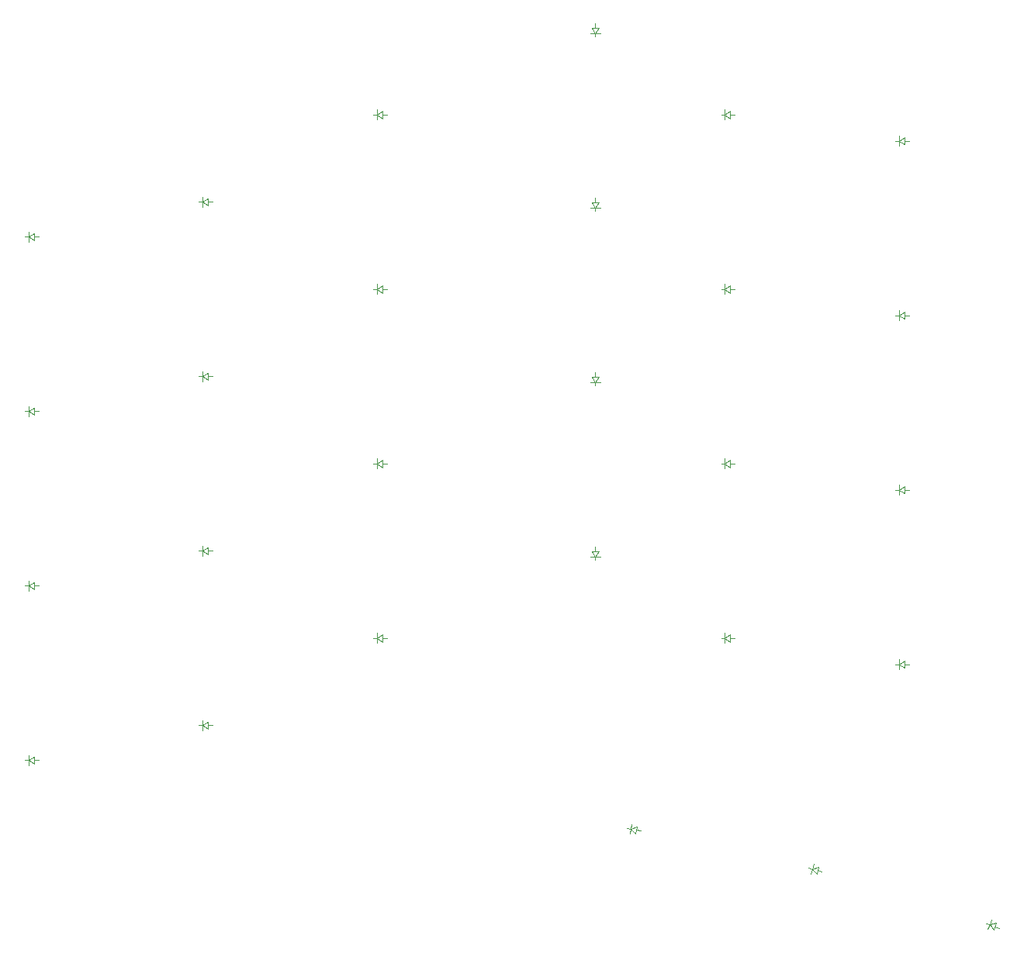
<source format=gbr>
%TF.GenerationSoftware,KiCad,Pcbnew,9.0.3-1.fc42*%
%TF.CreationDate,2025-08-21T15:21:57+02:00*%
%TF.ProjectId,left,6c656674-2e6b-4696-9361-645f70636258,v1.0.0*%
%TF.SameCoordinates,Original*%
%TF.FileFunction,Legend,Bot*%
%TF.FilePolarity,Positive*%
%FSLAX46Y46*%
G04 Gerber Fmt 4.6, Leading zero omitted, Abs format (unit mm)*
G04 Created by KiCad (PCBNEW 9.0.3-1.fc42) date 2025-08-21 15:21:57*
%MOMM*%
%LPD*%
G01*
G04 APERTURE LIST*
%ADD10C,0.100000*%
G04 APERTURE END LIST*
D10*
%TO.C,D16*%
X144250000Y-132110000D02*
X144650000Y-132110000D01*
X144650000Y-132110000D02*
X144650000Y-131560000D01*
X144650000Y-132110000D02*
X144650000Y-132660000D01*
X144650000Y-132110000D02*
X145250000Y-131710000D01*
X145250000Y-131710000D02*
X145250000Y-132510000D01*
X145250000Y-132110000D02*
X145750000Y-132110000D01*
X145250000Y-132510000D02*
X144650000Y-132110000D01*
%TO.C,D9*%
X106250000Y-189260000D02*
X106650000Y-189260000D01*
X106650000Y-189260000D02*
X106650000Y-188710000D01*
X106650000Y-189260000D02*
X106650000Y-189810000D01*
X106650000Y-189260000D02*
X107250000Y-188860000D01*
X107250000Y-188860000D02*
X107250000Y-189660000D01*
X107250000Y-189260000D02*
X107750000Y-189260000D01*
X107250000Y-189660000D02*
X106650000Y-189260000D01*
%TO.C,D15*%
X144250000Y-151160000D02*
X144650000Y-151160000D01*
X144650000Y-151160000D02*
X144650000Y-150610000D01*
X144650000Y-151160000D02*
X144650000Y-151710000D01*
X144650000Y-151160000D02*
X145250000Y-150760000D01*
X145250000Y-150760000D02*
X145250000Y-151560000D01*
X145250000Y-151160000D02*
X145750000Y-151160000D01*
X145250000Y-151560000D02*
X144650000Y-151160000D01*
%TO.C,D3*%
X68250000Y-164495000D02*
X68650000Y-164495000D01*
X68650000Y-164495000D02*
X68650000Y-163945000D01*
X68650000Y-164495000D02*
X68650000Y-165045000D01*
X68650000Y-164495000D02*
X69250000Y-164095000D01*
X69250000Y-164095000D02*
X69250000Y-164895000D01*
X69250000Y-164495000D02*
X69750000Y-164495000D01*
X69250000Y-164895000D02*
X68650000Y-164495000D01*
%TO.C,D13*%
X144250000Y-189260000D02*
X144650000Y-189260000D01*
X144650000Y-189260000D02*
X144650000Y-188710000D01*
X144650000Y-189260000D02*
X144650000Y-189810000D01*
X144650000Y-189260000D02*
X145250000Y-188860000D01*
X145250000Y-188860000D02*
X145250000Y-189660000D01*
X145250000Y-189260000D02*
X145750000Y-189260000D01*
X145250000Y-189660000D02*
X144650000Y-189260000D01*
%TO.C,D8*%
X87250000Y-141635000D02*
X87650000Y-141635000D01*
X87650000Y-141635000D02*
X87650000Y-141085000D01*
X87650000Y-141635000D02*
X87650000Y-142185000D01*
X87650000Y-141635000D02*
X88250000Y-141235000D01*
X88250000Y-141235000D02*
X88250000Y-142035000D01*
X88250000Y-141635000D02*
X88750000Y-141635000D01*
X88250000Y-142035000D02*
X87650000Y-141635000D01*
%TO.C,D11*%
X106250000Y-151160000D02*
X106650000Y-151160000D01*
X106650000Y-151160000D02*
X106650000Y-150610000D01*
X106650000Y-151160000D02*
X106650000Y-151710000D01*
X106650000Y-151160000D02*
X107250000Y-150760000D01*
X107250000Y-150760000D02*
X107250000Y-151560000D01*
X107250000Y-151160000D02*
X107750000Y-151160000D01*
X107250000Y-151560000D02*
X106650000Y-151160000D01*
%TO.C,D24*%
X130100000Y-179747500D02*
X130900000Y-179747500D01*
X130500000Y-179747500D02*
X130500000Y-179247500D01*
X130500000Y-180347500D02*
X129950000Y-180347500D01*
X130500000Y-180347500D02*
X130100000Y-179747500D01*
X130500000Y-180347500D02*
X131050000Y-180347500D01*
X130500000Y-180747500D02*
X130500000Y-180347500D01*
X130900000Y-179747500D02*
X130500000Y-180347500D01*
%TO.C,D6*%
X87250000Y-179735000D02*
X87650000Y-179735000D01*
X87650000Y-179735000D02*
X87650000Y-179185000D01*
X87650000Y-179735000D02*
X87650000Y-180285000D01*
X87650000Y-179735000D02*
X88250000Y-179335000D01*
X88250000Y-179335000D02*
X88250000Y-180135000D01*
X88250000Y-179735000D02*
X88750000Y-179735000D01*
X88250000Y-180135000D02*
X87650000Y-179735000D01*
%TO.C,D17*%
X163250000Y-192117500D02*
X163650000Y-192117500D01*
X163650000Y-192117500D02*
X163650000Y-191567500D01*
X163650000Y-192117500D02*
X163650000Y-192667500D01*
X163650000Y-192117500D02*
X164250000Y-191717500D01*
X164250000Y-191717500D02*
X164250000Y-192517500D01*
X164250000Y-192117500D02*
X164750000Y-192117500D01*
X164250000Y-192517500D02*
X163650000Y-192117500D01*
%TO.C,D26*%
X130100000Y-141647500D02*
X130900000Y-141647500D01*
X130500000Y-141647500D02*
X130500000Y-141147500D01*
X130500000Y-142247500D02*
X129950000Y-142247500D01*
X130500000Y-142247500D02*
X130100000Y-141647500D01*
X130500000Y-142247500D02*
X131050000Y-142247500D01*
X130500000Y-142647500D02*
X130500000Y-142247500D01*
X130900000Y-141647500D02*
X130500000Y-142247500D01*
%TO.C,D5*%
X87250000Y-198785000D02*
X87650000Y-198785000D01*
X87650000Y-198785000D02*
X87650000Y-198235000D01*
X87650000Y-198785000D02*
X87650000Y-199335000D01*
X87650000Y-198785000D02*
X88250000Y-198385000D01*
X88250000Y-198385000D02*
X88250000Y-199185000D01*
X88250000Y-198785000D02*
X88750000Y-198785000D01*
X88250000Y-199185000D02*
X87650000Y-198785000D01*
%TO.C,D25*%
X130100000Y-160697500D02*
X130900000Y-160697500D01*
X130500000Y-160697500D02*
X130500000Y-160197500D01*
X130500000Y-161297500D02*
X129950000Y-161297500D01*
X130500000Y-161297500D02*
X130100000Y-160697500D01*
X130500000Y-161297500D02*
X131050000Y-161297500D01*
X130500000Y-161697500D02*
X130500000Y-161297500D01*
X130900000Y-160697500D02*
X130500000Y-161297500D01*
%TO.C,D21*%
X133954977Y-210016399D02*
X134348900Y-210085858D01*
X134348900Y-210085858D02*
X134253394Y-210627502D01*
X134348900Y-210085858D02*
X134444407Y-209544214D01*
X134348900Y-210085858D02*
X135009244Y-209796124D01*
X134870326Y-210583970D02*
X134348900Y-210085858D01*
X134939785Y-210190047D02*
X135432189Y-210276871D01*
X135009244Y-209796124D02*
X134870326Y-210583970D01*
%TO.C,D20*%
X163250000Y-134967500D02*
X163650000Y-134967500D01*
X163650000Y-134967500D02*
X163650000Y-134417500D01*
X163650000Y-134967500D02*
X163650000Y-135517500D01*
X163650000Y-134967500D02*
X164250000Y-134567500D01*
X164250000Y-134567500D02*
X164250000Y-135367500D01*
X164250000Y-134967500D02*
X164750000Y-134967500D01*
X164250000Y-135367500D02*
X163650000Y-134967500D01*
%TO.C,D10*%
X106250000Y-170210000D02*
X106650000Y-170210000D01*
X106650000Y-170210000D02*
X106650000Y-169660000D01*
X106650000Y-170210000D02*
X106650000Y-170760000D01*
X106650000Y-170210000D02*
X107250000Y-169810000D01*
X107250000Y-169810000D02*
X107250000Y-170610000D01*
X107250000Y-170210000D02*
X107750000Y-170210000D01*
X107250000Y-170610000D02*
X106650000Y-170210000D01*
%TO.C,D27*%
X130100000Y-122597500D02*
X130900000Y-122597500D01*
X130500000Y-122597500D02*
X130500000Y-122097500D01*
X130500000Y-123197500D02*
X129950000Y-123197500D01*
X130500000Y-123197500D02*
X130100000Y-122597500D01*
X130500000Y-123197500D02*
X131050000Y-123197500D01*
X130500000Y-123597500D02*
X130500000Y-123197500D01*
X130900000Y-122597500D02*
X130500000Y-123197500D01*
%TO.C,D19*%
X163250000Y-154017500D02*
X163650000Y-154017500D01*
X163650000Y-154017500D02*
X163650000Y-153467500D01*
X163650000Y-154017500D02*
X163650000Y-154567500D01*
X163650000Y-154017500D02*
X164250000Y-153617500D01*
X164250000Y-153617500D02*
X164250000Y-154417500D01*
X164250000Y-154017500D02*
X164750000Y-154017500D01*
X164250000Y-154417500D02*
X163650000Y-154017500D01*
%TO.C,D18*%
X163250000Y-173067500D02*
X163650000Y-173067500D01*
X163650000Y-173067500D02*
X163650000Y-172517500D01*
X163650000Y-173067500D02*
X163650000Y-173617500D01*
X163650000Y-173067500D02*
X164250000Y-172667500D01*
X164250000Y-172667500D02*
X164250000Y-173467500D01*
X164250000Y-173067500D02*
X164750000Y-173067500D01*
X164250000Y-173467500D02*
X163650000Y-173067500D01*
%TO.C,D4*%
X68250000Y-145445000D02*
X68650000Y-145445000D01*
X68650000Y-145445000D02*
X68650000Y-144895000D01*
X68650000Y-145445000D02*
X68650000Y-145995000D01*
X68650000Y-145445000D02*
X69250000Y-145045000D01*
X69250000Y-145045000D02*
X69250000Y-145845000D01*
X69250000Y-145445000D02*
X69750000Y-145445000D01*
X69250000Y-145845000D02*
X68650000Y-145445000D01*
%TO.C,D1*%
X68250000Y-202595000D02*
X68650000Y-202595000D01*
X68650000Y-202595000D02*
X68650000Y-202045000D01*
X68650000Y-202595000D02*
X68650000Y-203145000D01*
X68650000Y-202595000D02*
X69250000Y-202195000D01*
X69250000Y-202195000D02*
X69250000Y-202995000D01*
X69250000Y-202595000D02*
X69750000Y-202595000D01*
X69250000Y-202995000D02*
X68650000Y-202595000D01*
%TO.C,D2*%
X68250000Y-183545000D02*
X68650000Y-183545000D01*
X68650000Y-183545000D02*
X68650000Y-182995000D01*
X68650000Y-183545000D02*
X68650000Y-184095000D01*
X68650000Y-183545000D02*
X69250000Y-183145000D01*
X69250000Y-183145000D02*
X69250000Y-183945000D01*
X69250000Y-183545000D02*
X69750000Y-183545000D01*
X69250000Y-183945000D02*
X68650000Y-183545000D01*
%TO.C,D12*%
X106250000Y-132110000D02*
X106650000Y-132110000D01*
X106650000Y-132110000D02*
X106650000Y-131560000D01*
X106650000Y-132110000D02*
X106650000Y-132660000D01*
X106650000Y-132110000D02*
X107250000Y-131710000D01*
X107250000Y-131710000D02*
X107250000Y-132510000D01*
X107250000Y-132110000D02*
X107750000Y-132110000D01*
X107250000Y-132510000D02*
X106650000Y-132110000D01*
%TO.C,D23*%
X173170379Y-220388789D02*
X173546256Y-220525597D01*
X173546256Y-220525597D02*
X173358145Y-221042428D01*
X173546256Y-220525597D02*
X173734367Y-220008766D01*
X173546256Y-220525597D02*
X174246879Y-220354932D01*
X173973263Y-221106686D02*
X173546256Y-220525597D01*
X174110071Y-220730809D02*
X174579917Y-220901819D01*
X174246879Y-220354932D02*
X173973263Y-221106686D01*
%TO.C,D22*%
X153789113Y-214346503D02*
X154175483Y-214450030D01*
X154175483Y-214450030D02*
X154033132Y-214981291D01*
X154175483Y-214450030D02*
X154317833Y-213918771D01*
X154175483Y-214450030D02*
X154858566Y-214218951D01*
X154651511Y-214991692D02*
X154175483Y-214450030D01*
X154755038Y-214605322D02*
X155238001Y-214734731D01*
X154858566Y-214218951D02*
X154651511Y-214991692D01*
%TO.C,D7*%
X87250000Y-160685000D02*
X87650000Y-160685000D01*
X87650000Y-160685000D02*
X87650000Y-160135000D01*
X87650000Y-160685000D02*
X87650000Y-161235000D01*
X87650000Y-160685000D02*
X88250000Y-160285000D01*
X88250000Y-160285000D02*
X88250000Y-161085000D01*
X88250000Y-160685000D02*
X88750000Y-160685000D01*
X88250000Y-161085000D02*
X87650000Y-160685000D01*
%TO.C,D14*%
X144250000Y-170210000D02*
X144650000Y-170210000D01*
X144650000Y-170210000D02*
X144650000Y-169660000D01*
X144650000Y-170210000D02*
X144650000Y-170760000D01*
X144650000Y-170210000D02*
X145250000Y-169810000D01*
X145250000Y-169810000D02*
X145250000Y-170610000D01*
X145250000Y-170210000D02*
X145750000Y-170210000D01*
X145250000Y-170610000D02*
X144650000Y-170210000D01*
%TD*%
M02*

</source>
